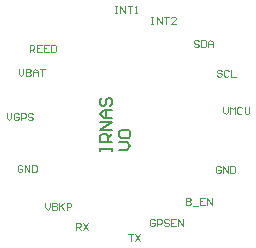
<source format=gto>
G04*
G04 #@! TF.GenerationSoftware,Altium Limited,Altium Designer,19.1.5 (86)*
G04*
G04 Layer_Color=65535*
%FSAX25Y25*%
%MOIN*%
G70*
G01*
G75*
%ADD10C,0.00394*%
%ADD11C,0.00787*%
D10*
X0112685Y0163267D02*
Y0161693D01*
X0113472Y0160906D01*
X0114259Y0161693D01*
Y0163267D01*
X0116621Y0162873D02*
X0116227Y0163267D01*
X0115440D01*
X0115047Y0162873D01*
Y0161299D01*
X0115440Y0160906D01*
X0116227D01*
X0116621Y0161299D01*
Y0162086D01*
X0115834D01*
X0117408Y0160906D02*
Y0163267D01*
X0118589D01*
X0118982Y0162873D01*
Y0162086D01*
X0118589Y0161693D01*
X0117408D01*
X0121344Y0162873D02*
X0120950Y0163267D01*
X0120163D01*
X0119769Y0162873D01*
Y0162480D01*
X0120163Y0162086D01*
X0120950D01*
X0121344Y0161693D01*
Y0161299D01*
X0120950Y0160906D01*
X0120163D01*
X0119769Y0161299D01*
X0120362Y0183701D02*
Y0186062D01*
X0121543D01*
X0121937Y0185669D01*
Y0184881D01*
X0121543Y0184488D01*
X0120362D01*
X0121149D02*
X0121937Y0183701D01*
X0124298Y0186062D02*
X0122724D01*
Y0183701D01*
X0124298D01*
X0122724Y0184881D02*
X0123511D01*
X0126659Y0186062D02*
X0125085D01*
Y0183701D01*
X0126659D01*
X0125085Y0184881D02*
X0125872D01*
X0127446Y0186062D02*
Y0183701D01*
X0128627D01*
X0129021Y0184094D01*
Y0185669D01*
X0128627Y0186062D01*
X0127446D01*
X0125559Y0133464D02*
Y0131889D01*
X0126346Y0131102D01*
X0127133Y0131889D01*
Y0133464D01*
X0127920D02*
Y0131102D01*
X0129101D01*
X0129495Y0131496D01*
Y0131889D01*
X0129101Y0132283D01*
X0127920D01*
X0129101D01*
X0129495Y0132677D01*
Y0133070D01*
X0129101Y0133464D01*
X0127920D01*
X0130282D02*
Y0131102D01*
Y0131889D01*
X0131856Y0133464D01*
X0130675Y0132283D01*
X0131856Y0131102D01*
X0132643D02*
Y0133464D01*
X0133824D01*
X0134218Y0133070D01*
Y0132283D01*
X0133824Y0131889D01*
X0132643D01*
X0161976Y0127598D02*
X0161582Y0127991D01*
X0160795D01*
X0160402Y0127598D01*
Y0126023D01*
X0160795Y0125630D01*
X0161582D01*
X0161976Y0126023D01*
Y0126811D01*
X0161189D01*
X0162763Y0125630D02*
Y0127991D01*
X0163944D01*
X0164337Y0127598D01*
Y0126811D01*
X0163944Y0126417D01*
X0162763D01*
X0166699Y0127598D02*
X0166305Y0127991D01*
X0165518D01*
X0165124Y0127598D01*
Y0127204D01*
X0165518Y0126811D01*
X0166305D01*
X0166699Y0126417D01*
Y0126023D01*
X0166305Y0125630D01*
X0165518D01*
X0165124Y0126023D01*
X0169060Y0127991D02*
X0167486D01*
Y0125630D01*
X0169060D01*
X0167486Y0126811D02*
X0168273D01*
X0169847Y0125630D02*
Y0127991D01*
X0171422Y0125630D01*
Y0127991D01*
X0184299Y0177440D02*
X0183905Y0177834D01*
X0183118D01*
X0182724Y0177440D01*
Y0177047D01*
X0183118Y0176653D01*
X0183905D01*
X0184299Y0176260D01*
Y0175866D01*
X0183905Y0175472D01*
X0183118D01*
X0182724Y0175866D01*
X0186660Y0177440D02*
X0186267Y0177834D01*
X0185479D01*
X0185086Y0177440D01*
Y0175866D01*
X0185479Y0175472D01*
X0186267D01*
X0186660Y0175866D01*
X0187447Y0177834D02*
Y0175472D01*
X0189022D01*
X0184890Y0165393D02*
Y0163819D01*
X0185677Y0163031D01*
X0186464Y0163819D01*
Y0165393D01*
X0187251Y0163031D02*
Y0165393D01*
X0188038Y0164606D01*
X0188826Y0165393D01*
Y0163031D01*
X0191187Y0164999D02*
X0190793Y0165393D01*
X0190006D01*
X0189613Y0164999D01*
Y0163425D01*
X0190006Y0163031D01*
X0190793D01*
X0191187Y0163425D01*
X0191974Y0165393D02*
Y0163425D01*
X0192368Y0163031D01*
X0193155D01*
X0193548Y0163425D01*
Y0165393D01*
X0148630Y0198936D02*
X0149417D01*
X0149023D01*
Y0196575D01*
X0148630D01*
X0149417D01*
X0150598D02*
Y0198936D01*
X0152172Y0196575D01*
Y0198936D01*
X0152959D02*
X0154534D01*
X0153746D01*
Y0196575D01*
X0155321D02*
X0156108D01*
X0155714D01*
Y0198936D01*
X0155321Y0198543D01*
X0116701Y0178031D02*
Y0176456D01*
X0117488Y0175669D01*
X0118275Y0176456D01*
Y0178031D01*
X0119062D02*
Y0175669D01*
X0120243D01*
X0120636Y0176063D01*
Y0176456D01*
X0120243Y0176850D01*
X0119062D01*
X0120243D01*
X0120636Y0177244D01*
Y0177637D01*
X0120243Y0178031D01*
X0119062D01*
X0121424Y0175669D02*
Y0177244D01*
X0122211Y0178031D01*
X0122998Y0177244D01*
Y0175669D01*
Y0176850D01*
X0121424D01*
X0123785Y0178031D02*
X0125359D01*
X0124572D01*
Y0175669D01*
X0117921Y0145511D02*
X0117527Y0145905D01*
X0116740D01*
X0116347Y0145511D01*
Y0143937D01*
X0116740Y0143543D01*
X0117527D01*
X0117921Y0143937D01*
Y0144724D01*
X0117134D01*
X0118708Y0143543D02*
Y0145905D01*
X0120282Y0143543D01*
Y0145905D01*
X0121069D02*
Y0143543D01*
X0122250D01*
X0122644Y0143937D01*
Y0145511D01*
X0122250Y0145905D01*
X0121069D01*
X0160795Y0195432D02*
X0161582D01*
X0161189D01*
Y0193071D01*
X0160795D01*
X0161582D01*
X0162763D02*
Y0195432D01*
X0164337Y0193071D01*
Y0195432D01*
X0165125D02*
X0166699D01*
X0165912D01*
Y0193071D01*
X0169060D02*
X0167486D01*
X0169060Y0194645D01*
Y0195039D01*
X0168667Y0195432D01*
X0167880D01*
X0167486Y0195039D01*
X0176661Y0187283D02*
X0176267Y0187676D01*
X0175480D01*
X0175087Y0187283D01*
Y0186889D01*
X0175480Y0186496D01*
X0176267D01*
X0176661Y0186102D01*
Y0185708D01*
X0176267Y0185315D01*
X0175480D01*
X0175087Y0185708D01*
X0177448Y0187676D02*
Y0185315D01*
X0178629D01*
X0179022Y0185708D01*
Y0187283D01*
X0178629Y0187676D01*
X0177448D01*
X0179809Y0185315D02*
Y0186889D01*
X0180597Y0187676D01*
X0181384Y0186889D01*
Y0185315D01*
Y0186496D01*
X0179809D01*
X0183984Y0145236D02*
X0183590Y0145629D01*
X0182803D01*
X0182409Y0145236D01*
Y0143661D01*
X0182803Y0143268D01*
X0183590D01*
X0183984Y0143661D01*
Y0144448D01*
X0183197D01*
X0184771Y0143268D02*
Y0145629D01*
X0186345Y0143268D01*
Y0145629D01*
X0187132D02*
Y0143268D01*
X0188313D01*
X0188707Y0143661D01*
Y0145236D01*
X0188313Y0145629D01*
X0187132D01*
X0172409Y0135039D02*
Y0132677D01*
X0173590D01*
X0173984Y0133071D01*
Y0133464D01*
X0173590Y0133858D01*
X0172409D01*
X0173590D01*
X0173984Y0134251D01*
Y0134645D01*
X0173590Y0135039D01*
X0172409D01*
X0174771Y0132284D02*
X0176345D01*
X0178707Y0135039D02*
X0177132D01*
Y0132677D01*
X0178707D01*
X0177132Y0133858D02*
X0177919D01*
X0179494Y0132677D02*
Y0135039D01*
X0181068Y0132677D01*
Y0135039D01*
X0153197Y0122873D02*
X0154771D01*
X0153984D01*
Y0120512D01*
X0155558Y0122873D02*
X0157133Y0120512D01*
Y0122873D02*
X0155558Y0120512D01*
X0135756Y0124449D02*
Y0126810D01*
X0136937D01*
X0137330Y0126417D01*
Y0125629D01*
X0136937Y0125236D01*
X0135756D01*
X0136543D02*
X0137330Y0124449D01*
X0138117Y0126810D02*
X0139692Y0124449D01*
Y0126810D02*
X0138117Y0124449D01*
D11*
X0150009Y0150962D02*
X0152633D01*
X0153945Y0152274D01*
X0152633Y0153586D01*
X0150009D01*
X0150665Y0154897D02*
X0150009Y0155553D01*
Y0156865D01*
X0150665Y0157521D01*
X0153289D01*
X0153945Y0156865D01*
Y0155553D01*
X0153289Y0154897D01*
X0150665D01*
X0143867Y0150529D02*
Y0151841D01*
Y0151185D01*
X0147803D01*
Y0150529D01*
Y0151841D01*
Y0153808D02*
X0143867D01*
Y0155776D01*
X0144523Y0156432D01*
X0145835D01*
X0146491Y0155776D01*
Y0153808D01*
Y0155120D02*
X0147803Y0156432D01*
Y0157744D02*
X0143867D01*
X0147803Y0160368D01*
X0143867D01*
X0147803Y0161680D02*
X0145179D01*
X0143867Y0162992D01*
X0145179Y0164304D01*
X0147803D01*
X0145835D01*
Y0161680D01*
X0144523Y0168239D02*
X0143867Y0167584D01*
Y0166272D01*
X0144523Y0165616D01*
X0145179D01*
X0145835Y0166272D01*
Y0167584D01*
X0146491Y0168239D01*
X0147147D01*
X0147803Y0167584D01*
Y0166272D01*
X0147147Y0165616D01*
M02*

</source>
